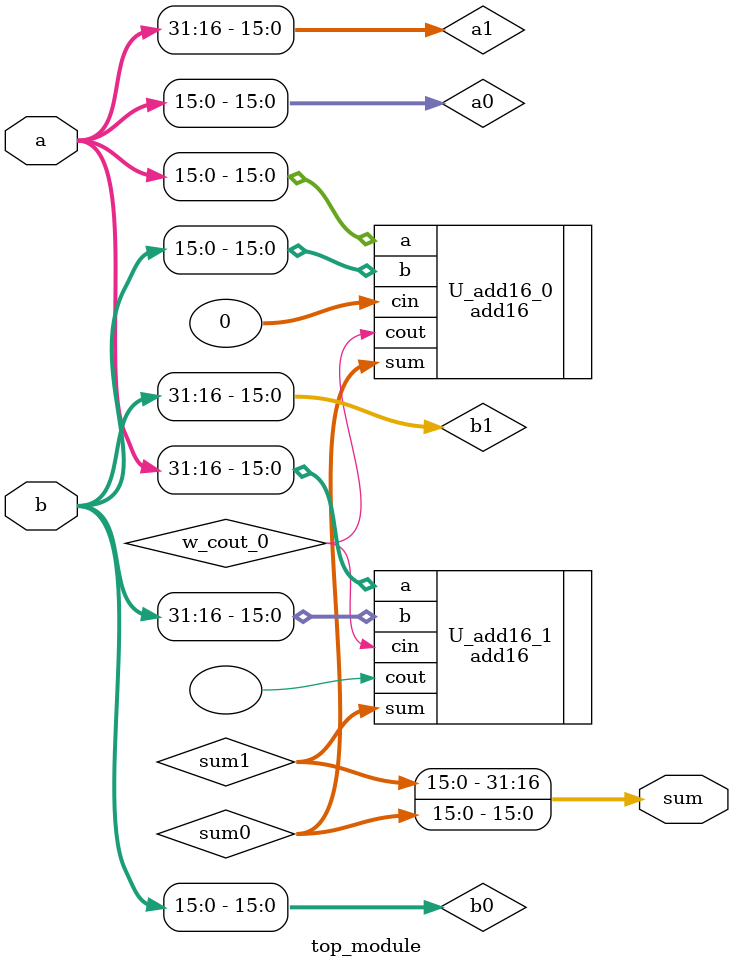
<source format=v>
module top_module(
    input [31:0] a,
    input [31:0] b,
    output [31:0] sum
);
    wire w_cout_0;
    wire [15:0] a0, a1, b0, b1, sum0, sum1;

    assign a0 = a[15: 0];
    assign a1 = a[31:16];
    assign b0 = b[15: 0];
    assign b1 = b[31:16];

    add16 U_add16_0 (.a(a0), .b(b0), .cin(0), .cout(w_cout_0), .sum(sum0));
    add16 U_add16_1 (.a(a1), .b(b1), .cin(w_cout_0), .cout( ), .sum(sum1));

    assign sum = {sum1, sum0};

endmodule
</source>
